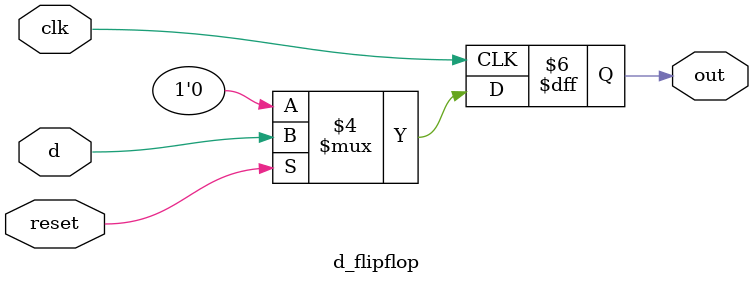
<source format=v>
module d_flipflop (
    input d , clk , reset ,
    output reg out
);

    always @(negedge clk ) begin

        if (! reset)
            out <= 0;
        else 
            out <= d;

    end

endmodule
</source>
